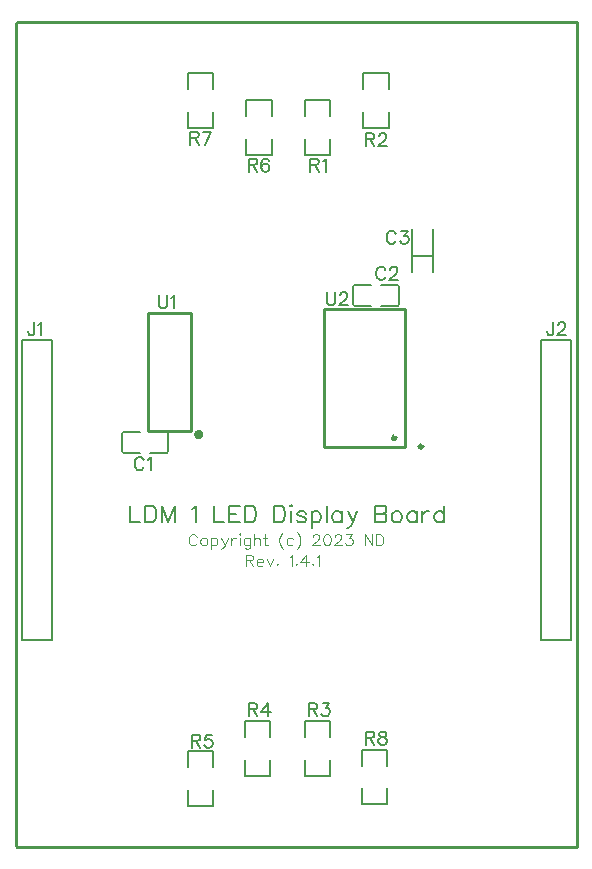
<source format=gto>
G04 Layer: TopSilkscreenLayer*
G04 EasyEDA v6.5.22, 2023-04-22 10:00:47*
G04 3ca0bc53c497470ea30742e0db75a0e9,0997c0c323a540828c61b468e30a80a1,10*
G04 Gerber Generator version 0.2*
G04 Scale: 100 percent, Rotated: No, Reflected: No *
G04 Dimensions in millimeters *
G04 leading zeros omitted , absolute positions ,4 integer and 5 decimal *
%FSLAX45Y45*%
%MOMM*%

%ADD10C,0.1700*%
%ADD11C,0.1200*%
%ADD12C,0.1524*%
%ADD13C,0.2032*%
%ADD14C,0.2030*%
%ADD15C,0.2540*%
%ADD16C,0.4000*%
%ADD17C,0.3000*%
%ADD18C,0.0141*%

%LPD*%
D10*
X1638300Y8647684D02*
G01*
X1638300Y8504428D01*
X1638300Y8504428D02*
G01*
X1720087Y8504428D01*
X1765045Y8647684D02*
G01*
X1765045Y8504428D01*
X1765045Y8647684D02*
G01*
X1812797Y8647684D01*
X1833371Y8640826D01*
X1846834Y8627110D01*
X1853692Y8613647D01*
X1860550Y8593074D01*
X1860550Y8559037D01*
X1853692Y8538463D01*
X1846834Y8525002D01*
X1833371Y8511286D01*
X1812797Y8504428D01*
X1765045Y8504428D01*
X1905507Y8647684D02*
G01*
X1905507Y8504428D01*
X1905507Y8647684D02*
G01*
X1960118Y8504428D01*
X2014727Y8647684D02*
G01*
X1960118Y8504428D01*
X2014727Y8647684D02*
G01*
X2014727Y8504428D01*
X2164588Y8620505D02*
G01*
X2178304Y8627110D01*
X2198877Y8647684D01*
X2198877Y8504428D01*
X2348738Y8647684D02*
G01*
X2348738Y8504428D01*
X2348738Y8504428D02*
G01*
X2430525Y8504428D01*
X2475484Y8647684D02*
G01*
X2475484Y8504428D01*
X2475484Y8647684D02*
G01*
X2564129Y8647684D01*
X2475484Y8579358D02*
G01*
X2530093Y8579358D01*
X2475484Y8504428D02*
G01*
X2564129Y8504428D01*
X2609088Y8647684D02*
G01*
X2609088Y8504428D01*
X2609088Y8647684D02*
G01*
X2656840Y8647684D01*
X2677413Y8640826D01*
X2691129Y8627110D01*
X2697734Y8613647D01*
X2704591Y8593074D01*
X2704591Y8559037D01*
X2697734Y8538463D01*
X2691129Y8525002D01*
X2677413Y8511286D01*
X2656840Y8504428D01*
X2609088Y8504428D01*
X2854706Y8647684D02*
G01*
X2854706Y8504428D01*
X2854706Y8647684D02*
G01*
X2902458Y8647684D01*
X2922777Y8640826D01*
X2936493Y8627110D01*
X2943352Y8613647D01*
X2950209Y8593074D01*
X2950209Y8559037D01*
X2943352Y8538463D01*
X2936493Y8525002D01*
X2922777Y8511286D01*
X2902458Y8504428D01*
X2854706Y8504428D01*
X2995168Y8647684D02*
G01*
X3002025Y8640826D01*
X3008629Y8647684D01*
X3002025Y8654542D01*
X2995168Y8647684D01*
X3002025Y8599931D02*
G01*
X3002025Y8504428D01*
X3128772Y8579358D02*
G01*
X3121913Y8593074D01*
X3101593Y8599931D01*
X3081020Y8599931D01*
X3060445Y8593074D01*
X3053841Y8579358D01*
X3060445Y8565895D01*
X3074161Y8559037D01*
X3108197Y8552179D01*
X3121913Y8545321D01*
X3128772Y8531860D01*
X3128772Y8525002D01*
X3121913Y8511286D01*
X3101593Y8504428D01*
X3081020Y8504428D01*
X3060445Y8511286D01*
X3053841Y8525002D01*
X3173729Y8599931D02*
G01*
X3173729Y8456676D01*
X3173729Y8579358D02*
G01*
X3187445Y8593074D01*
X3200908Y8599931D01*
X3221481Y8599931D01*
X3235197Y8593074D01*
X3248659Y8579358D01*
X3255518Y8559037D01*
X3255518Y8545321D01*
X3248659Y8525002D01*
X3235197Y8511286D01*
X3221481Y8504428D01*
X3200908Y8504428D01*
X3187445Y8511286D01*
X3173729Y8525002D01*
X3300475Y8647684D02*
G01*
X3300475Y8504428D01*
X3427475Y8599931D02*
G01*
X3427475Y8504428D01*
X3427475Y8579358D02*
G01*
X3413759Y8593074D01*
X3400043Y8599931D01*
X3379724Y8599931D01*
X3366008Y8593074D01*
X3352291Y8579358D01*
X3345688Y8559037D01*
X3345688Y8545321D01*
X3352291Y8525002D01*
X3366008Y8511286D01*
X3379724Y8504428D01*
X3400043Y8504428D01*
X3413759Y8511286D01*
X3427475Y8525002D01*
X3479291Y8599931D02*
G01*
X3520186Y8504428D01*
X3561079Y8599931D02*
G01*
X3520186Y8504428D01*
X3506470Y8477250D01*
X3492754Y8463534D01*
X3479291Y8456676D01*
X3472434Y8456676D01*
X3710940Y8647684D02*
G01*
X3710940Y8504428D01*
X3710940Y8647684D02*
G01*
X3772408Y8647684D01*
X3792727Y8640826D01*
X3799586Y8633968D01*
X3806443Y8620505D01*
X3806443Y8606789D01*
X3799586Y8593074D01*
X3792727Y8586215D01*
X3772408Y8579358D01*
X3710940Y8579358D02*
G01*
X3772408Y8579358D01*
X3792727Y8572754D01*
X3799586Y8565895D01*
X3806443Y8552179D01*
X3806443Y8531860D01*
X3799586Y8518144D01*
X3792727Y8511286D01*
X3772408Y8504428D01*
X3710940Y8504428D01*
X3885691Y8599931D02*
G01*
X3871975Y8593074D01*
X3858259Y8579358D01*
X3851402Y8559037D01*
X3851402Y8545321D01*
X3858259Y8525002D01*
X3871975Y8511286D01*
X3885691Y8504428D01*
X3906011Y8504428D01*
X3919727Y8511286D01*
X3933190Y8525002D01*
X3940047Y8545321D01*
X3940047Y8559037D01*
X3933190Y8579358D01*
X3919727Y8593074D01*
X3906011Y8599931D01*
X3885691Y8599931D01*
X4067047Y8599931D02*
G01*
X4067047Y8504428D01*
X4067047Y8579358D02*
G01*
X4053331Y8593074D01*
X4039615Y8599931D01*
X4019295Y8599931D01*
X4005579Y8593074D01*
X3991863Y8579358D01*
X3985006Y8559037D01*
X3985006Y8545321D01*
X3991863Y8525002D01*
X4005579Y8511286D01*
X4019295Y8504428D01*
X4039615Y8504428D01*
X4053331Y8511286D01*
X4067047Y8525002D01*
X4112006Y8599931D02*
G01*
X4112006Y8504428D01*
X4112006Y8559037D02*
G01*
X4118863Y8579358D01*
X4132325Y8593074D01*
X4146041Y8599931D01*
X4166361Y8599931D01*
X4293361Y8647684D02*
G01*
X4293361Y8504428D01*
X4293361Y8579358D02*
G01*
X4279645Y8593074D01*
X4265929Y8599931D01*
X4245609Y8599931D01*
X4231893Y8593074D01*
X4218177Y8579358D01*
X4211574Y8559037D01*
X4211574Y8545321D01*
X4218177Y8525002D01*
X4231893Y8511286D01*
X4245609Y8504428D01*
X4265929Y8504428D01*
X4279645Y8511286D01*
X4293361Y8525002D01*
D11*
X2201672Y8384031D02*
G01*
X2197354Y8393176D01*
X2188209Y8402065D01*
X2179065Y8406637D01*
X2160777Y8406637D01*
X2151888Y8402065D01*
X2142743Y8393176D01*
X2138172Y8384031D01*
X2133600Y8370315D01*
X2133600Y8347710D01*
X2138172Y8333994D01*
X2142743Y8324850D01*
X2151888Y8315705D01*
X2160777Y8311134D01*
X2179065Y8311134D01*
X2188209Y8315705D01*
X2197354Y8324850D01*
X2201672Y8333994D01*
X2254504Y8374887D02*
G01*
X2245359Y8370315D01*
X2236215Y8361171D01*
X2231897Y8347710D01*
X2231897Y8338565D01*
X2236215Y8324850D01*
X2245359Y8315705D01*
X2254504Y8311134D01*
X2268220Y8311134D01*
X2277109Y8315705D01*
X2286254Y8324850D01*
X2290825Y8338565D01*
X2290825Y8347710D01*
X2286254Y8361171D01*
X2277109Y8370315D01*
X2268220Y8374887D01*
X2254504Y8374887D01*
X2320797Y8374887D02*
G01*
X2320797Y8279384D01*
X2320797Y8361171D02*
G01*
X2329941Y8370315D01*
X2339086Y8374887D01*
X2352802Y8374887D01*
X2361691Y8370315D01*
X2370836Y8361171D01*
X2375408Y8347710D01*
X2375408Y8338565D01*
X2370836Y8324850D01*
X2361691Y8315705D01*
X2352802Y8311134D01*
X2339086Y8311134D01*
X2329941Y8315705D01*
X2320797Y8324850D01*
X2409952Y8374887D02*
G01*
X2437129Y8311134D01*
X2464561Y8374887D02*
G01*
X2437129Y8311134D01*
X2428240Y8293100D01*
X2419095Y8283955D01*
X2409952Y8279384D01*
X2405379Y8279384D01*
X2494534Y8374887D02*
G01*
X2494534Y8311134D01*
X2494534Y8347710D02*
G01*
X2499106Y8361171D01*
X2508250Y8370315D01*
X2517140Y8374887D01*
X2530856Y8374887D01*
X2560827Y8406637D02*
G01*
X2565400Y8402065D01*
X2569972Y8406637D01*
X2565400Y8411210D01*
X2560827Y8406637D01*
X2565400Y8374887D02*
G01*
X2565400Y8311134D01*
X2654554Y8374887D02*
G01*
X2654554Y8302244D01*
X2649981Y8288528D01*
X2645409Y8283955D01*
X2636265Y8279384D01*
X2622804Y8279384D01*
X2613659Y8283955D01*
X2654554Y8361171D02*
G01*
X2645409Y8370315D01*
X2636265Y8374887D01*
X2622804Y8374887D01*
X2613659Y8370315D01*
X2604515Y8361171D01*
X2599943Y8347710D01*
X2599943Y8338565D01*
X2604515Y8324850D01*
X2613659Y8315705D01*
X2622804Y8311134D01*
X2636265Y8311134D01*
X2645409Y8315705D01*
X2654554Y8324850D01*
X2684525Y8406637D02*
G01*
X2684525Y8311134D01*
X2684525Y8356600D02*
G01*
X2698241Y8370315D01*
X2707131Y8374887D01*
X2720847Y8374887D01*
X2729991Y8370315D01*
X2734563Y8356600D01*
X2734563Y8311134D01*
X2778252Y8406637D02*
G01*
X2778252Y8329421D01*
X2782570Y8315705D01*
X2791713Y8311134D01*
X2800858Y8311134D01*
X2764536Y8374887D02*
G01*
X2796286Y8374887D01*
X2932684Y8424926D02*
G01*
X2923540Y8415781D01*
X2914395Y8402065D01*
X2905506Y8384031D01*
X2900934Y8361171D01*
X2900934Y8343137D01*
X2905506Y8320278D01*
X2914395Y8302244D01*
X2923540Y8288528D01*
X2932684Y8279384D01*
X3017265Y8361171D02*
G01*
X3008122Y8370315D01*
X2998977Y8374887D01*
X2985515Y8374887D01*
X2976372Y8370315D01*
X2967227Y8361171D01*
X2962656Y8347710D01*
X2962656Y8338565D01*
X2967227Y8324850D01*
X2976372Y8315705D01*
X2985515Y8311134D01*
X2998977Y8311134D01*
X3008122Y8315705D01*
X3017265Y8324850D01*
X3047238Y8424926D02*
G01*
X3056381Y8415781D01*
X3065525Y8402065D01*
X3074415Y8384031D01*
X3078988Y8361171D01*
X3078988Y8343137D01*
X3074415Y8320278D01*
X3065525Y8302244D01*
X3056381Y8288528D01*
X3047238Y8279384D01*
X3183636Y8384031D02*
G01*
X3183636Y8388604D01*
X3188208Y8397494D01*
X3192779Y8402065D01*
X3201670Y8406637D01*
X3219958Y8406637D01*
X3229102Y8402065D01*
X3233674Y8397494D01*
X3238245Y8388604D01*
X3238245Y8379460D01*
X3233674Y8370315D01*
X3224529Y8356600D01*
X3179063Y8311134D01*
X3242563Y8311134D01*
X3299968Y8406637D02*
G01*
X3286252Y8402065D01*
X3277108Y8388604D01*
X3272790Y8365744D01*
X3272790Y8352281D01*
X3277108Y8329421D01*
X3286252Y8315705D01*
X3299968Y8311134D01*
X3309111Y8311134D01*
X3322574Y8315705D01*
X3331718Y8329421D01*
X3336290Y8352281D01*
X3336290Y8365744D01*
X3331718Y8388604D01*
X3322574Y8402065D01*
X3309111Y8406637D01*
X3299968Y8406637D01*
X3370834Y8384031D02*
G01*
X3370834Y8388604D01*
X3375406Y8397494D01*
X3379977Y8402065D01*
X3389122Y8406637D01*
X3407156Y8406637D01*
X3416300Y8402065D01*
X3420872Y8397494D01*
X3425443Y8388604D01*
X3425443Y8379460D01*
X3420872Y8370315D01*
X3411727Y8356600D01*
X3366261Y8311134D01*
X3430015Y8311134D01*
X3469131Y8406637D02*
G01*
X3519170Y8406637D01*
X3491738Y8370315D01*
X3505454Y8370315D01*
X3514597Y8365744D01*
X3519170Y8361171D01*
X3523488Y8347710D01*
X3523488Y8338565D01*
X3519170Y8324850D01*
X3510025Y8315705D01*
X3496309Y8311134D01*
X3482593Y8311134D01*
X3469131Y8315705D01*
X3464559Y8320278D01*
X3459988Y8329421D01*
X3623563Y8406637D02*
G01*
X3623563Y8311134D01*
X3623563Y8406637D02*
G01*
X3687318Y8311134D01*
X3687318Y8406637D02*
G01*
X3687318Y8311134D01*
X3717290Y8406637D02*
G01*
X3717290Y8311134D01*
X3717290Y8406637D02*
G01*
X3749040Y8406637D01*
X3762756Y8402065D01*
X3771900Y8393176D01*
X3776218Y8384031D01*
X3780790Y8370315D01*
X3780790Y8347710D01*
X3776218Y8333994D01*
X3771900Y8324850D01*
X3762756Y8315705D01*
X3749040Y8311134D01*
X3717290Y8311134D01*
X2616200Y8228837D02*
G01*
X2616200Y8133334D01*
X2616200Y8228837D02*
G01*
X2657093Y8228837D01*
X2670809Y8224265D01*
X2675381Y8219694D01*
X2679954Y8210804D01*
X2679954Y8201660D01*
X2675381Y8192515D01*
X2670809Y8187944D01*
X2657093Y8183371D01*
X2616200Y8183371D01*
X2647950Y8183371D02*
G01*
X2679954Y8133334D01*
X2709925Y8169910D02*
G01*
X2764281Y8169910D01*
X2764281Y8178800D01*
X2759709Y8187944D01*
X2755391Y8192515D01*
X2746247Y8197087D01*
X2732531Y8197087D01*
X2723388Y8192515D01*
X2714497Y8183371D01*
X2709925Y8169910D01*
X2709925Y8160765D01*
X2714497Y8147050D01*
X2723388Y8137905D01*
X2732531Y8133334D01*
X2746247Y8133334D01*
X2755391Y8137905D01*
X2764281Y8147050D01*
X2794508Y8197087D02*
G01*
X2821686Y8133334D01*
X2848863Y8197087D02*
G01*
X2821686Y8133334D01*
X2883408Y8156194D02*
G01*
X2878836Y8151621D01*
X2883408Y8147050D01*
X2887979Y8151621D01*
X2883408Y8156194D01*
X2988056Y8210804D02*
G01*
X2997200Y8215376D01*
X3010661Y8228837D01*
X3010661Y8133334D01*
X3045206Y8156194D02*
G01*
X3040634Y8151621D01*
X3045206Y8147050D01*
X3049777Y8151621D01*
X3045206Y8156194D01*
X3125215Y8228837D02*
G01*
X3079750Y8165337D01*
X3148075Y8165337D01*
X3125215Y8228837D02*
G01*
X3125215Y8133334D01*
X3182620Y8156194D02*
G01*
X3178047Y8151621D01*
X3182620Y8147050D01*
X3187191Y8151621D01*
X3182620Y8156194D01*
X3217163Y8210804D02*
G01*
X3226308Y8215376D01*
X3239770Y8228837D01*
X3239770Y8133334D01*
D12*
X826770Y10199115D02*
G01*
X826770Y10116058D01*
X821436Y10100310D01*
X816355Y10095229D01*
X805942Y10090150D01*
X795528Y10090150D01*
X785113Y10095229D01*
X779779Y10100310D01*
X774700Y10116058D01*
X774700Y10126471D01*
X861060Y10178287D02*
G01*
X871220Y10183621D01*
X886968Y10199115D01*
X886968Y10090150D01*
X5220970Y10199115D02*
G01*
X5220970Y10116058D01*
X5215636Y10100310D01*
X5210556Y10095229D01*
X5200141Y10090150D01*
X5189727Y10090150D01*
X5179313Y10095229D01*
X5173979Y10100310D01*
X5168900Y10116058D01*
X5168900Y10126471D01*
X5260340Y10173208D02*
G01*
X5260340Y10178287D01*
X5265420Y10188702D01*
X5270754Y10194036D01*
X5281168Y10199115D01*
X5301995Y10199115D01*
X5312409Y10194036D01*
X5317490Y10188702D01*
X5322570Y10178287D01*
X5322570Y10167874D01*
X5317490Y10157460D01*
X5307075Y10141965D01*
X5255259Y10090150D01*
X5327904Y10090150D01*
X3887977Y10947908D02*
G01*
X3882643Y10958321D01*
X3872229Y10968736D01*
X3862070Y10973815D01*
X3841241Y10973815D01*
X3830827Y10968736D01*
X3820413Y10958321D01*
X3815079Y10947908D01*
X3810000Y10932160D01*
X3810000Y10906252D01*
X3815079Y10890758D01*
X3820413Y10880344D01*
X3830827Y10869929D01*
X3841241Y10864850D01*
X3862070Y10864850D01*
X3872229Y10869929D01*
X3882643Y10880344D01*
X3887977Y10890758D01*
X3932681Y10973815D02*
G01*
X3989831Y10973815D01*
X3958590Y10932160D01*
X3974084Y10932160D01*
X3984497Y10927079D01*
X3989831Y10922000D01*
X3994911Y10906252D01*
X3994911Y10895837D01*
X3989831Y10880344D01*
X3979418Y10869929D01*
X3963670Y10864850D01*
X3948175Y10864850D01*
X3932681Y10869929D01*
X3927347Y10875010D01*
X3922268Y10885424D01*
X3162300Y11583415D02*
G01*
X3162300Y11474450D01*
X3162300Y11583415D02*
G01*
X3209036Y11583415D01*
X3224529Y11578336D01*
X3229863Y11573002D01*
X3234943Y11562587D01*
X3234943Y11552174D01*
X3229863Y11541760D01*
X3224529Y11536679D01*
X3209036Y11531600D01*
X3162300Y11531600D01*
X3198622Y11531600D02*
G01*
X3234943Y11474450D01*
X3269234Y11562587D02*
G01*
X3279647Y11567921D01*
X3295395Y11583415D01*
X3295395Y11474450D01*
X3632200Y11799315D02*
G01*
X3632200Y11690350D01*
X3632200Y11799315D02*
G01*
X3678936Y11799315D01*
X3694429Y11794236D01*
X3699763Y11788902D01*
X3704843Y11778487D01*
X3704843Y11768074D01*
X3699763Y11757660D01*
X3694429Y11752579D01*
X3678936Y11747500D01*
X3632200Y11747500D01*
X3668522Y11747500D02*
G01*
X3704843Y11690350D01*
X3744468Y11773408D02*
G01*
X3744468Y11778487D01*
X3749547Y11788902D01*
X3754881Y11794236D01*
X3765295Y11799315D01*
X3785870Y11799315D01*
X3796284Y11794236D01*
X3801618Y11788902D01*
X3806697Y11778487D01*
X3806697Y11768074D01*
X3801618Y11757660D01*
X3791204Y11742165D01*
X3739134Y11690350D01*
X3812031Y11690350D01*
X3149600Y6973315D02*
G01*
X3149600Y6864350D01*
X3149600Y6973315D02*
G01*
X3196336Y6973315D01*
X3211829Y6968236D01*
X3217163Y6962902D01*
X3222243Y6952487D01*
X3222243Y6942073D01*
X3217163Y6931660D01*
X3211829Y6926579D01*
X3196336Y6921500D01*
X3149600Y6921500D01*
X3185922Y6921500D02*
G01*
X3222243Y6864350D01*
X3266947Y6973315D02*
G01*
X3324097Y6973315D01*
X3293109Y6931660D01*
X3308604Y6931660D01*
X3319018Y6926579D01*
X3324097Y6921500D01*
X3329431Y6905752D01*
X3329431Y6895337D01*
X3324097Y6879844D01*
X3313684Y6869429D01*
X3298190Y6864350D01*
X3282695Y6864350D01*
X3266947Y6869429D01*
X3261868Y6874510D01*
X3256534Y6884923D01*
X2641600Y6973315D02*
G01*
X2641600Y6864350D01*
X2641600Y6973315D02*
G01*
X2688336Y6973315D01*
X2703829Y6968236D01*
X2709163Y6962902D01*
X2714243Y6952487D01*
X2714243Y6942073D01*
X2709163Y6931660D01*
X2703829Y6926579D01*
X2688336Y6921500D01*
X2641600Y6921500D01*
X2677922Y6921500D02*
G01*
X2714243Y6864350D01*
X2800604Y6973315D02*
G01*
X2748534Y6900671D01*
X2826511Y6900671D01*
X2800604Y6973315D02*
G01*
X2800604Y6864350D01*
X2159000Y6706615D02*
G01*
X2159000Y6597650D01*
X2159000Y6706615D02*
G01*
X2205736Y6706615D01*
X2221229Y6701536D01*
X2226563Y6696202D01*
X2231643Y6685787D01*
X2231643Y6675373D01*
X2226563Y6664960D01*
X2221229Y6659879D01*
X2205736Y6654800D01*
X2159000Y6654800D01*
X2195322Y6654800D02*
G01*
X2231643Y6597650D01*
X2328418Y6706615D02*
G01*
X2276347Y6706615D01*
X2271268Y6659879D01*
X2276347Y6664960D01*
X2292095Y6670294D01*
X2307590Y6670294D01*
X2323084Y6664960D01*
X2333497Y6654800D01*
X2338831Y6639052D01*
X2338831Y6628637D01*
X2333497Y6613144D01*
X2323084Y6602729D01*
X2307590Y6597650D01*
X2292095Y6597650D01*
X2276347Y6602729D01*
X2271268Y6607810D01*
X2265934Y6618223D01*
X2641600Y11583415D02*
G01*
X2641600Y11474450D01*
X2641600Y11583415D02*
G01*
X2688336Y11583415D01*
X2703829Y11578336D01*
X2709163Y11573002D01*
X2714243Y11562587D01*
X2714243Y11552174D01*
X2709163Y11541760D01*
X2703829Y11536679D01*
X2688336Y11531600D01*
X2641600Y11531600D01*
X2677922Y11531600D02*
G01*
X2714243Y11474450D01*
X2811018Y11567921D02*
G01*
X2805684Y11578336D01*
X2790190Y11583415D01*
X2779775Y11583415D01*
X2764281Y11578336D01*
X2753868Y11562587D01*
X2748534Y11536679D01*
X2748534Y11510771D01*
X2753868Y11489944D01*
X2764281Y11479529D01*
X2779775Y11474450D01*
X2785109Y11474450D01*
X2800604Y11479529D01*
X2811018Y11489944D01*
X2816097Y11505437D01*
X2816097Y11510771D01*
X2811018Y11526265D01*
X2800604Y11536679D01*
X2785109Y11541760D01*
X2779775Y11541760D01*
X2764281Y11536679D01*
X2753868Y11526265D01*
X2748534Y11510771D01*
X2146300Y11812015D02*
G01*
X2146300Y11703050D01*
X2146300Y11812015D02*
G01*
X2193036Y11812015D01*
X2208529Y11806936D01*
X2213863Y11801602D01*
X2218943Y11791187D01*
X2218943Y11780774D01*
X2213863Y11770360D01*
X2208529Y11765279D01*
X2193036Y11760200D01*
X2146300Y11760200D01*
X2182622Y11760200D02*
G01*
X2218943Y11703050D01*
X2326131Y11812015D02*
G01*
X2274061Y11703050D01*
X2253234Y11812015D02*
G01*
X2326131Y11812015D01*
X3632200Y6732015D02*
G01*
X3632200Y6623050D01*
X3632200Y6732015D02*
G01*
X3678936Y6732015D01*
X3694429Y6726936D01*
X3699763Y6721602D01*
X3704843Y6711187D01*
X3704843Y6700773D01*
X3699763Y6690360D01*
X3694429Y6685279D01*
X3678936Y6680200D01*
X3632200Y6680200D01*
X3668522Y6680200D02*
G01*
X3704843Y6623050D01*
X3765295Y6732015D02*
G01*
X3749547Y6726936D01*
X3744468Y6716521D01*
X3744468Y6706108D01*
X3749547Y6695694D01*
X3759961Y6690360D01*
X3780790Y6685279D01*
X3796284Y6680200D01*
X3806697Y6669786D01*
X3812031Y6659371D01*
X3812031Y6643623D01*
X3806697Y6633210D01*
X3801618Y6628129D01*
X3785870Y6623050D01*
X3765295Y6623050D01*
X3749547Y6628129D01*
X3744468Y6633210D01*
X3739134Y6643623D01*
X3739134Y6659371D01*
X3744468Y6669786D01*
X3754881Y6680200D01*
X3770375Y6685279D01*
X3791204Y6690360D01*
X3801618Y6695694D01*
X3806697Y6706108D01*
X3806697Y6716521D01*
X3801618Y6726936D01*
X3785870Y6732015D01*
X3765295Y6732015D01*
X1879600Y10427715D02*
G01*
X1879600Y10349737D01*
X1884679Y10334244D01*
X1895094Y10323829D01*
X1910842Y10318750D01*
X1921255Y10318750D01*
X1936750Y10323829D01*
X1947163Y10334244D01*
X1952243Y10349737D01*
X1952243Y10427715D01*
X1986534Y10406887D02*
G01*
X1996947Y10412221D01*
X2012695Y10427715D01*
X2012695Y10318750D01*
X3302000Y10453115D02*
G01*
X3302000Y10375137D01*
X3307079Y10359644D01*
X3317493Y10349229D01*
X3333241Y10344150D01*
X3343656Y10344150D01*
X3359150Y10349229D01*
X3369563Y10359644D01*
X3374643Y10375137D01*
X3374643Y10453115D01*
X3414268Y10427208D02*
G01*
X3414268Y10432287D01*
X3419347Y10442702D01*
X3424681Y10448036D01*
X3435095Y10453115D01*
X3455670Y10453115D01*
X3466084Y10448036D01*
X3471418Y10442702D01*
X3476497Y10432287D01*
X3476497Y10421874D01*
X3471418Y10411460D01*
X3461004Y10395965D01*
X3408934Y10344150D01*
X3481831Y10344150D01*
X1754378Y9030208D02*
G01*
X1749044Y9040621D01*
X1738629Y9051036D01*
X1728470Y9056115D01*
X1707642Y9056115D01*
X1697228Y9051036D01*
X1686813Y9040621D01*
X1681479Y9030208D01*
X1676400Y9014460D01*
X1676400Y8988552D01*
X1681479Y8973058D01*
X1686813Y8962644D01*
X1697228Y8952229D01*
X1707642Y8947150D01*
X1728470Y8947150D01*
X1738629Y8952229D01*
X1749044Y8962644D01*
X1754378Y8973058D01*
X1788668Y9035287D02*
G01*
X1799081Y9040621D01*
X1814576Y9056115D01*
X1814576Y8947150D01*
X3799077Y10643108D02*
G01*
X3793743Y10653521D01*
X3783329Y10663936D01*
X3773170Y10669015D01*
X3752341Y10669015D01*
X3741927Y10663936D01*
X3731513Y10653521D01*
X3726179Y10643108D01*
X3721100Y10627360D01*
X3721100Y10601452D01*
X3726179Y10585958D01*
X3731513Y10575544D01*
X3741927Y10565129D01*
X3752341Y10560050D01*
X3773170Y10560050D01*
X3783329Y10565129D01*
X3793743Y10575544D01*
X3799077Y10585958D01*
X3838447Y10643108D02*
G01*
X3838447Y10648187D01*
X3843781Y10658602D01*
X3848861Y10663936D01*
X3859275Y10669015D01*
X3880104Y10669015D01*
X3890518Y10663936D01*
X3895597Y10658602D01*
X3900931Y10648187D01*
X3900931Y10637774D01*
X3895597Y10627360D01*
X3885184Y10611865D01*
X3833368Y10560050D01*
X3906011Y10560050D01*
G36*
X4194860Y10660380D02*
G01*
X4194860Y10614660D01*
X4210050Y10614660D01*
X4210050Y10660380D01*
G37*
G36*
X4019550Y10660380D02*
G01*
X4019550Y10614660D01*
X4034739Y10614660D01*
X4034739Y10660380D01*
G37*
D13*
X977900Y9855200D02*
G01*
X977900Y10045700D01*
X723900Y10045700D01*
X723900Y7505700D01*
X977900Y7505700D01*
D14*
X977900Y7505700D02*
G01*
X977900Y9855200D01*
D13*
X5372100Y9855200D02*
G01*
X5372100Y10045700D01*
X5118100Y10045700D01*
X5118100Y7505700D01*
X5372100Y7505700D01*
D14*
X5372100Y7505700D02*
G01*
X5372100Y9855200D01*
D12*
X4202422Y10988017D02*
G01*
X4202422Y10652782D01*
X4027177Y10988017D02*
G01*
X4027177Y10652782D01*
X4202422Y10759968D02*
G01*
X4027177Y10759968D01*
X3333709Y11944220D02*
G01*
X3333709Y12080212D01*
X3117890Y12080212D01*
X3117890Y11944220D01*
X3333709Y11753979D02*
G01*
X3333709Y11617987D01*
X3117890Y11617987D01*
X3117890Y11753979D01*
X3829009Y12172820D02*
G01*
X3829009Y12308812D01*
X3613190Y12308812D01*
X3613190Y12172820D01*
X3829009Y11982579D02*
G01*
X3829009Y11846587D01*
X3613190Y11846587D01*
X3613190Y11982579D01*
X3117890Y6496179D02*
G01*
X3117890Y6360187D01*
X3333709Y6360187D01*
X3333709Y6496179D01*
X3117890Y6686420D02*
G01*
X3117890Y6822412D01*
X3333709Y6822412D01*
X3333709Y6686420D01*
X2609890Y6496179D02*
G01*
X2609890Y6360187D01*
X2825709Y6360187D01*
X2825709Y6496179D01*
X2609890Y6686420D02*
G01*
X2609890Y6822412D01*
X2825709Y6822412D01*
X2825709Y6686420D01*
X2127290Y6242179D02*
G01*
X2127290Y6106187D01*
X2343109Y6106187D01*
X2343109Y6242179D01*
X2127290Y6432420D02*
G01*
X2127290Y6568412D01*
X2343109Y6568412D01*
X2343109Y6432420D01*
X2838409Y11944220D02*
G01*
X2838409Y12080212D01*
X2622590Y12080212D01*
X2622590Y11944220D01*
X2838409Y11753979D02*
G01*
X2838409Y11617987D01*
X2622590Y11617987D01*
X2622590Y11753979D01*
X2343109Y12172820D02*
G01*
X2343109Y12308812D01*
X2127290Y12308812D01*
X2127290Y12172820D01*
X2343109Y11982579D02*
G01*
X2343109Y11846587D01*
X2127290Y11846587D01*
X2127290Y11982579D01*
X3600490Y6254879D02*
G01*
X3600490Y6118887D01*
X3816309Y6118887D01*
X3816309Y6254879D01*
X3600490Y6445120D02*
G01*
X3600490Y6581112D01*
X3816309Y6581112D01*
X3816309Y6445120D01*
D15*
X687806Y12738100D02*
G01*
X5417794Y12738100D01*
X5417794Y5758103D01*
X677798Y5758103D01*
X667791Y5768111D01*
X667791Y12728117D01*
X677798Y12738100D01*
X1828545Y9281413D02*
G01*
X2153920Y9281413D01*
X2153920Y10276586D01*
X1785620Y10276586D01*
X1785620Y9281413D01*
X1828545Y9281413D01*
X3276600Y9144000D02*
G01*
X3962400Y9144000D01*
X3962400Y10312400D01*
X3276600Y10312400D01*
X3276600Y9144000D01*
D12*
X1584180Y9091739D02*
G01*
X1725180Y9091739D01*
X1725180Y9272460D02*
G01*
X1584180Y9272460D01*
X1568940Y9257220D02*
G01*
X1568940Y9106979D01*
X1946419Y9091739D02*
G01*
X1805419Y9091739D01*
X1805419Y9272460D02*
G01*
X1946419Y9272460D01*
X1961659Y9257220D02*
G01*
X1961659Y9106979D01*
X3902219Y10517060D02*
G01*
X3761219Y10517060D01*
X3761219Y10336339D02*
G01*
X3902219Y10336339D01*
X3917459Y10351579D02*
G01*
X3917459Y10501820D01*
X3539980Y10517060D02*
G01*
X3680980Y10517060D01*
X3680980Y10336339D02*
G01*
X3539980Y10336339D01*
X3524740Y10351579D02*
G01*
X3524740Y10501820D01*
D16*
G75*
G01*
X2197100Y9248140D02*
G03*
X2197100Y9248394I20000J127D01*
D12*
G75*
G01*
X1584180Y9272460D02*
G03*
X1568940Y9257221I0J-15240D01*
G75*
G01*
X1568940Y9106980D02*
G03*
X1584180Y9091740I15240J0D01*
G75*
G01*
X1946420Y9272460D02*
G02*
X1961660Y9257221I0J-15240D01*
G75*
G01*
X1961660Y9106980D02*
G02*
X1946420Y9091740I-15240J0D01*
G75*
G01*
X3902220Y10336340D02*
G03*
X3917460Y10351580I0J15240D01*
G75*
G01*
X3917460Y10501821D02*
G03*
X3902220Y10517060I-15240J-1D01*
G75*
G01*
X3539980Y10336340D02*
G02*
X3524740Y10351580I0J15240D01*
G75*
G01*
X3524740Y10501821D02*
G02*
X3539980Y10517060I15240J-1D01*
D17*
G75*
G01
X3886403Y9220200D02*
G03X3886403Y9220200I-15011J0D01*
G75*
G01
X4114521Y9146972D02*
G03X4114521Y9146972I-15011J0D01*
M02*

</source>
